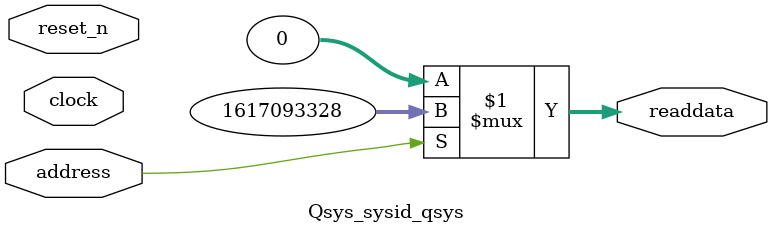
<source format=v>



// synthesis translate_off
`timescale 1ns / 1ps
// synthesis translate_on

// turn off superfluous verilog processor warnings 
// altera message_level Level1 
// altera message_off 10034 10035 10036 10037 10230 10240 10030 

module Qsys_sysid_qsys (
               // inputs:
                address,
                clock,
                reset_n,

               // outputs:
                readdata
             )
;

  output  [ 31: 0] readdata;
  input            address;
  input            clock;
  input            reset_n;

  wire    [ 31: 0] readdata;
  //control_slave, which is an e_avalon_slave
  assign readdata = address ? 1617093328 : 0;

endmodule



</source>
